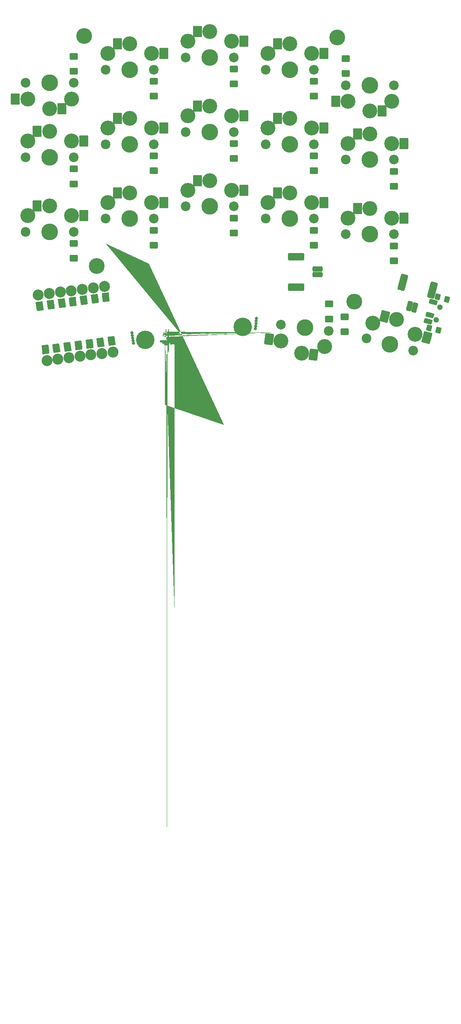
<source format=gbs>
G04 #@! TF.GenerationSoftware,KiCad,Pcbnew,8.0.0*
G04 #@! TF.CreationDate,2024-03-03T16:28:34+08:00*
G04 #@! TF.ProjectId,Kretstr_d_v2,4b726574-7374-472e-9464-5f76322e6b69,rev?*
G04 #@! TF.SameCoordinates,Original*
G04 #@! TF.FileFunction,Soldermask,Bot*
G04 #@! TF.FilePolarity,Negative*
%FSLAX46Y46*%
G04 Gerber Fmt 4.6, Leading zero omitted, Abs format (unit mm)*
G04 Created by KiCad (PCBNEW 8.0.0) date 2024-03-03 16:28:34*
%MOMM*%
%LPD*%
G01*
G04 APERTURE LIST*
G04 Aperture macros list*
%AMRoundRect*
0 Rectangle with rounded corners*
0 $1 Rounding radius*
0 $2 $3 $4 $5 $6 $7 $8 $9 X,Y pos of 4 corners*
0 Add a 4 corners polygon primitive as box body*
4,1,4,$2,$3,$4,$5,$6,$7,$8,$9,$2,$3,0*
0 Add four circle primitives for the rounded corners*
1,1,$1+$1,$2,$3*
1,1,$1+$1,$4,$5*
1,1,$1+$1,$6,$7*
1,1,$1+$1,$8,$9*
0 Add four rect primitives between the rounded corners*
20,1,$1+$1,$2,$3,$4,$5,0*
20,1,$1+$1,$4,$5,$6,$7,0*
20,1,$1+$1,$6,$7,$8,$9,0*
20,1,$1+$1,$8,$9,$2,$3,0*%
%AMFreePoly0*
4,1,26,0.706406,1.169345,0.769345,1.106406,0.798742,1.022393,0.800000,1.000000,0.800000,-0.250000,0.780194,-0.336777,0.724699,-0.406366,0.644505,-0.444986,0.600000,-0.450000,-0.600000,-0.450000,-0.686777,-0.430194,-0.756366,-0.374698,-0.794986,-0.294504,-0.800000,-0.250000,-0.800000,1.000000,-0.780194,1.086777,-0.724698,1.156366,-0.644504,1.194986,-0.555496,1.194986,-0.475302,1.156366,
-0.458579,1.141421,0.000000,0.682842,0.458579,1.141421,0.533944,1.188778,0.622393,1.198742,0.706406,1.169345,0.706406,1.169345,$1*%
%AMFreePoly1*
4,1,22,0.686777,0.580194,0.756366,0.524698,0.794986,0.444504,0.800000,0.400000,0.800000,0.200000,0.780194,0.113223,0.741421,0.058579,0.141421,-0.541421,0.066056,-0.588777,-0.022393,-0.598742,-0.106406,-0.569345,-0.141421,-0.541421,-0.741421,0.058579,-0.788777,0.133944,-0.800000,0.200000,-0.800000,0.400000,-0.780193,0.486777,-0.724698,0.556366,-0.644504,0.594986,-0.600000,0.600000,
0.600000,0.600000,0.686777,0.580194,0.686777,0.580194,$1*%
%AMFreePoly2*
4,1,292,0.206777,1.229994,0.276366,1.174498,0.314986,1.094304,0.320000,1.049800,0.320000,0.008200,0.319495,0.005987,0.319495,-1.866709,0.319486,-1.942235,0.319486,-1.942460,0.318928,-2.390763,0.318926,-2.391335,0.317383,-2.767014,0.317377,-2.767939,0.314675,-3.077389,0.314657,-3.078876,0.310622,-3.328489,0.310568,-3.330901,0.305029,-3.527071,0.304875,-3.531095,0.297657,-3.680215,
0.297195,-3.687212,0.288125,-3.795676,0.286622,-3.808584,0.275528,-3.882784,0.269972,-3.908365,0.256680,-3.954695,0.246330,-3.982691,0.240139,-3.996234,0.229057,-4.017117,0.167561,-4.118087,0.157692,-4.132784,0.062026,-4.262462,0.054482,-4.272060,-0.057455,-4.405866,-0.061018,-4.410009,-0.070960,-4.421254,-0.171727,-4.547475,-0.239381,-4.651468,-0.261422,-4.702806,-0.268448,-4.790209,
-0.275185,-4.947662,-0.279770,-5.144579,-0.281450,-5.361536,-0.281447,-5.385011,-0.280528,-5.604860,-0.277007,-5.754079,-0.270393,-5.838887,-0.268290,-5.848462,-0.224488,-5.894056,-0.171049,-5.977321,-0.142171,-6.051967,-0.122143,-6.170287,-0.120852,-6.228231,-0.135594,-6.347346,-0.162124,-6.424914,-0.212996,-6.510565,-0.274338,-6.575059,-0.308050,-6.593056,-0.393200,-6.628524,-0.459529,-6.643620,
-0.582275,-6.650118,-0.631318,-6.646663,-0.750780,-6.623247,-0.819367,-6.595916,-0.898997,-6.545453,-0.952252,-6.496101,-0.953444,-6.494503,-0.980620,-6.444550,-1.025271,-6.324319,-1.037078,-6.237909,-1.034553,-6.207928,-1.095319,-6.245365,-1.119612,-6.251953,-1.263243,-6.281341,-1.334401,-6.282972,-1.441733,-6.266095,-1.524379,-6.233050,-1.535526,-6.224760,-1.625648,-6.152737,-1.674999,-6.094737,
-1.708800,-6.034795,-1.731134,-5.973572,-1.756230,-5.840310,-1.752826,-5.751366,-1.751357,-5.746183,-1.721747,-5.646814,-1.786435,-5.670245,-1.797570,-5.671308,-1.925994,-5.679949,-2.013905,-5.666013,-2.017213,-5.664651,-2.152853,-5.607383,-2.223422,-5.557256,-2.286363,-5.487634,-2.329864,-5.409980,-2.331418,-5.403739,-1.483158,-5.403739,-1.355185,-5.371470,-1.321520,-5.365981,-1.296753,-5.364088,
-1.271925,-5.355039,-1.217781,-5.314195,-1.113600,-5.210504,-0.992406,-5.073003,-0.922095,-4.967193,-0.891918,-4.883182,-0.881171,-4.765871,-0.875626,-4.680694,-0.868608,-4.639640,-0.821297,-4.471082,-0.802138,-4.425469,-0.700510,-4.248647,-0.682044,-4.221835,-0.562810,-4.075770,-0.603069,-4.078811,-0.691091,-4.065597,-0.695126,-4.063965,-0.829973,-4.007718,-0.882942,-3.970058,-0.884544,-4.105830,
-0.885000,-4.117175,-0.898888,-4.319380,-0.902711,-4.346893,-0.935986,-4.504891,-0.949035,-4.545136,-1.009063,-4.679733,-1.028893,-4.714405,-1.123042,-4.846409,-1.137428,-4.864308,-1.273065,-5.014526,-1.276513,-5.018249,-1.287869,-5.030202,-1.395729,-5.154077,-1.436036,-5.218316,-1.445698,-5.259360,-1.451178,-5.311568,-1.471682,-5.381092,-1.483158,-5.403739,-2.331418,-5.403739,-2.333940,-5.393612,
-2.360039,-5.266091,-2.360039,-5.185886,-2.330712,-5.042597,-2.293908,-4.961554,-2.277054,-4.942143,-2.201588,-4.865752,-2.261402,-4.879975,-2.348652,-4.881156,-2.489497,-4.851669,-2.570374,-4.814501,-2.590504,-4.796763,-2.603049,-4.784116,-2.016632,-4.784116,-1.947691,-4.769658,-1.921784,-4.765974,-1.897996,-4.764167,-1.873068,-4.755114,-1.818842,-4.714263,-1.712135,-4.608103,-1.710532,-4.606403,
-1.610735,-4.492471,-1.536348,-4.394539,-1.509620,-4.348678,-1.496774,-4.253933,-1.486629,-4.104764,-1.484943,-4.030087,-1.521728,-4.066661,-1.663872,-4.210425,-1.771561,-4.327147,-1.827485,-4.398952,-1.841739,-4.426218,-1.846868,-4.455718,-1.849044,-4.466476,-1.880833,-4.604089,-1.919662,-4.684181,-1.933210,-4.699418,-2.016632,-4.784116,-2.603049,-4.784116,-2.677271,-4.709294,-2.724322,-4.633739,
-2.731172,-4.608776,-2.760623,-4.465732,-2.760769,-4.385781,-2.732270,-4.244767,-2.695666,-4.163633,-2.680108,-4.145462,-2.594432,-4.056733,-2.519907,-4.008065,-2.492843,-4.000178,-2.352971,-3.969921,-2.326052,-3.966765,-2.302641,-3.962426,-2.276550,-3.949146,-2.210815,-3.898611,-2.101881,-3.798678,-1.944546,-3.643569,-1.907849,-3.606777,-1.998584,-3.608265,-2.086361,-3.615506,-2.113472,-3.640814,
-2.190420,-3.685551,-2.195993,-3.687200,-2.285285,-3.712217,-2.328694,-3.719355,-2.443408,-3.725413,-2.478949,-3.724123,-2.588384,-3.710339,-2.648428,-3.692928,-2.721883,-3.658421,-2.792004,-3.603597,-2.794591,-3.600348,-2.808469,-3.582542,-2.842246,-3.517205,-2.871896,-3.418636,-2.880342,-3.357508,-2.878149,-3.232815,-2.869435,-3.177839,-2.834704,-3.064278,-2.812088,-3.015249,-2.804020,-3.002595,
-2.744226,-2.942329,-2.663376,-2.889881,-2.579901,-2.859285,-2.464107,-2.844477,-2.401736,-2.846314,-2.281469,-2.868955,-2.211215,-2.896693,-2.116941,-2.956591,-2.095419,-2.974395,-2.075454,-2.989291,-2.056638,-2.994994,-2.046805,-2.995889,-2.070491,-2.960773,-2.070904,-2.959695,-2.108494,-2.860796,-2.121279,-2.800020,-2.127521,-2.678750,-2.122913,-2.624593,-2.097809,-2.512950,-2.059448,-2.432632,
-2.058380,-2.431296,-2.001929,-2.361278,-1.932045,-2.306154,-1.911531,-2.297769,-1.812031,-2.263398,-1.738834,-2.252593,-1.594647,-2.258290,-1.508720,-2.281507,-1.504448,-2.283843,-1.384933,-2.351109,-1.358738,-2.368710,-1.337152,-2.385832,-1.317487,-2.393167,-1.240752,-2.402224,-1.085472,-2.405350,-1.078233,-2.405170,-1.107077,-2.378573,-1.139850,-2.295818,-1.141775,-2.278081,-1.154236,-2.081951,
-1.154606,-2.072859,-1.156502,-1.967207,-1.150610,-1.915302,-1.126324,-1.817749,-1.086141,-1.738328,-1.046755,-1.702089,-0.979056,-1.654814,-0.896569,-1.621370,-0.885058,-1.619844,-0.761116,-1.607067,-0.757791,-1.606753,-0.746558,-1.605784,-0.717431,-1.594755,-0.653273,-1.547006,-0.535915,-1.433820,-0.518656,-1.415993,-0.412858,-1.301079,-0.333107,-1.206106,-0.309939,-1.172922,-0.306469,-1.159605,
-0.293711,-1.047354,-0.284312,-0.875422,-0.280824,-0.666619,-0.282712,0.034061,-0.280000,0.046092,-0.280000,1.049800,-0.260194,1.136577,-0.204698,1.206166,-0.124504,1.244786,-0.080000,1.249800,0.120000,1.249800,0.206777,1.229994,0.206777,1.229994,$1*%
%AMFreePoly3*
4,1,332,0.216903,1.226394,0.286492,1.170898,0.325112,1.090704,0.330126,1.046200,0.330126,0.053880,0.332333,0.034041,0.330446,-0.641485,0.333256,-0.817119,0.341852,-0.991008,0.354077,-1.119624,0.362643,-1.162576,0.397195,-1.217294,0.480043,-1.321262,0.585725,-1.436349,0.661974,-1.511306,0.745305,-1.581782,0.780351,-1.600628,0.816226,-1.606236,0.855709,-1.608367,0.916305,-1.621245,
1.018029,-1.660105,1.092024,-1.709574,1.121528,-1.749879,1.172534,-1.841779,1.197328,-1.927265,1.197479,-1.930252,1.204078,-2.083860,1.203745,-2.106820,1.191281,-2.279776,1.165288,-2.364904,1.129225,-2.403994,1.173666,-2.405391,1.223573,-2.405255,1.373671,-2.401394,1.448171,-2.392642,1.465323,-2.386622,1.490349,-2.367250,1.499144,-2.360816,1.558427,-2.319886,1.616268,-2.292409,
1.736039,-2.257617,1.795103,-2.249705,1.918049,-2.251717,1.998400,-2.270011,2.089018,-2.311721,2.159564,-2.365996,2.168233,-2.377282,2.179017,-2.392405,2.207229,-2.449366,2.233861,-2.535376,2.241991,-2.576456,2.252651,-2.693916,2.253382,-2.717931,2.251655,-2.776071,2.247065,-2.813135,2.225093,-2.912935,2.195461,-2.975695,2.212494,-2.958198,2.289490,-2.904783,2.362073,-2.873447,
2.477989,-2.848910,2.531369,-2.844932,2.650838,-2.852090,2.724742,-2.871102,2.812396,-2.912770,2.882265,-2.967914,2.907895,-3.009099,2.941835,-3.082118,2.959271,-3.144555,2.971968,-3.260006,2.972232,-3.301190,2.960919,-3.417757,2.944419,-3.480107,2.909095,-3.559070,2.855580,-3.630194,2.824642,-3.651681,2.776780,-3.678625,2.716103,-3.700809,2.613675,-3.720326,2.575255,-3.723859,
2.458923,-3.723286,2.420925,-3.719452,2.321391,-3.699672,2.242209,-3.664868,2.226678,-3.653495,2.249568,-3.708190,2.262483,-3.753325,2.275714,-3.834758,2.276340,-3.894786,2.255370,-4.043353,2.251016,-4.059843,2.261336,-4.057503,2.405029,-4.053550,2.423479,-4.053894,2.607272,-4.065820,2.692585,-4.091203,2.758435,-4.151089,2.791780,-4.233615,2.793805,-4.251024,2.806269,-4.423981,
2.806736,-4.433904,2.808688,-4.521554,2.803411,-4.571859,2.775606,-4.689911,2.736433,-4.769835,2.707599,-4.798835,2.630832,-4.861660,2.551134,-4.901291,2.531391,-4.905022,2.396634,-4.923538,2.367519,-4.925391,2.352493,-4.925249,2.321484,-4.922534,2.294546,-4.918041,2.345556,-4.977430,2.387072,-5.056163,2.391784,-5.079151,2.411668,-5.216808,2.413676,-5.249681,2.412978,-5.282286,
2.408266,-5.321372,2.380906,-5.444549,2.342754,-5.524966,2.315925,-5.552945,2.240017,-5.618098,2.161269,-5.659587,2.137440,-5.664410,2.001028,-5.683476,1.971455,-5.685392,1.956951,-5.685255,1.923948,-5.682197,1.791737,-5.658772,1.709746,-5.624130,1.687090,-5.605118,1.615161,-5.535067,1.566814,-5.460335,1.557616,-5.425814,1.535881,-5.299923,1.533998,-5.280958,1.533090,-5.277310,
1.533100,-5.278989,1.537975,-5.407923,1.546049,-5.464506,1.546949,-5.466699,1.560605,-5.481756,1.576426,-5.501596,1.634693,-5.585018,1.668145,-5.667501,1.668563,-5.670193,1.688071,-5.801698,1.682547,-5.885969,1.643425,-6.022953,1.600550,-6.100955,1.596826,-6.105026,1.561415,-6.142690,1.487545,-6.192345,1.486564,-6.192720,1.387509,-6.230250,1.326898,-6.242961,1.205437,-6.249194,
1.151442,-6.244614,1.082920,-6.229254,1.081676,-6.301771,1.060958,-6.387044,1.004589,-6.500955,0.948350,-6.569945,0.933901,-6.580220,0.857650,-6.629504,0.787543,-6.657803,0.665751,-6.681668,0.584915,-6.680859,0.473708,-6.656748,0.415993,-6.629724,0.400586,-6.658754,0.394933,-6.665026,0.359522,-6.702690,0.285652,-6.752345,0.284671,-6.752720,0.185616,-6.790250,0.125005,-6.802961,
0.003544,-6.809194,-0.050452,-6.804614,-0.162271,-6.779549,-0.242614,-6.741242,-0.243814,-6.740285,-0.268198,-6.720687,-0.315294,-6.752345,-0.316275,-6.752720,-0.415330,-6.790250,-0.475941,-6.802961,-0.597402,-6.809194,-0.651397,-6.804614,-0.763217,-6.779549,-0.843561,-6.741242,-0.844763,-6.740284,-0.914891,-6.683922,-0.970122,-6.614122,-0.978575,-6.593515,-1.013000,-6.494172,-1.023868,-6.420766,
-1.018162,-6.276806,-0.994935,-6.190882,-0.992477,-6.186396,-0.925104,-6.067069,-0.903724,-6.036331,-0.891370,-6.021707,-0.890072,-6.018941,-0.882527,-5.981614,-0.875398,-5.887738,-0.871719,-5.731182,-0.870818,-5.503325,-0.870817,-5.503105,-0.869927,-5.326988,-0.869827,-5.321581,-0.862543,-5.094702,-0.861499,-5.079727,-0.853873,-5.008841,-0.260880,-5.008841,-0.250757,-5.118082,-0.182664,-5.265028,
-0.032771,-5.461496,0.009168,-5.510153,0.014500,-5.516608,0.119025,-5.648672,0.127203,-5.659770,0.205250,-5.773710,0.219630,-5.798292,0.256978,-5.874043,0.259707,-5.879806,0.280044,-5.924601,0.283266,-5.919104,0.302558,-5.891727,0.305210,-5.888563,0.317208,-5.858522,0.310754,-5.815815,0.250423,-5.704381,0.110971,-5.530276,0.036442,-5.444592,0.027944,-5.434129,-0.099383,-5.266107,
-0.111658,-5.246753,0.652054,-5.246753,0.732842,-5.349046,0.752387,-5.378939,0.849802,-5.561723,0.882643,-5.509562,0.905761,-5.479570,0.917107,-5.467427,0.924826,-5.420679,0.930495,-5.304719,0.931637,-5.162069,0.886595,-5.192346,0.885617,-5.192720,0.786563,-5.230250,0.725952,-5.242961,0.652054,-5.246753,-0.111658,-5.246753,-0.117198,-5.238019,-0.195936,-5.087503,-0.212368,-5.044802,
-0.239091,-4.941314,-0.260880,-5.008841,-0.853873,-5.008841,-0.842699,-4.904973,-0.837775,-4.877464,-0.810044,-4.767492,1.929028,-4.767492,1.940400,-4.777363,1.980579,-4.800138,2.016790,-4.806377,2.048565,-4.809884,2.049055,-4.809987,2.034161,-4.797214,2.013963,-4.774565,2.013402,-4.774389,1.934562,-4.767567,1.929028,-4.767492,-0.810044,-4.767492,-0.802541,-4.737737,-0.789993,-4.702371,
-0.733407,-4.580574,-0.717030,-4.551821,-0.634173,-4.430855,-0.622986,-4.416047,-0.508940,-4.278815,-0.506152,-4.275532,-0.504541,-4.273676,-0.406101,-4.155775,-0.327937,-4.054618,-0.302887,-4.017163,-0.302099,-4.013563,-0.294032,-3.925579,-0.286464,-3.770786,-0.280305,-3.552503,-0.275623,-3.268476,-0.272373,-2.915349,-0.271993,-2.829728,0.332029,-2.829728,0.339270,-2.984437,0.352076,-3.112266,
0.360925,-3.154360,0.378419,-3.181798,0.458433,-3.279847,0.578494,-3.414759,0.722334,-3.568542,0.876663,-3.727341,1.028514,-3.877808,1.164669,-4.006494,1.268831,-4.097556,1.310593,-4.127530,1.364956,-4.143570,1.451145,-4.154832,1.444522,-4.147382,1.401669,-4.069368,1.396370,-4.045227,1.377901,-3.926443,1.353356,-3.888438,1.272875,-3.790852,1.139773,-3.645237,0.953129,-3.451557,
0.710038,-3.206705,0.332029,-2.829728,-0.271993,-2.829728,-0.270485,-2.489954,-0.269874,-1.987786,-0.269874,1.046200,-0.250068,1.132977,-0.194572,1.202566,-0.114378,1.241186,-0.069874,1.246200,0.130126,1.246200,0.216903,1.226394,0.216903,1.226394,$1*%
G04 Aperture macros list end*
%ADD10C,0.100000*%
%ADD11FreePoly0,7.500000*%
%ADD12FreePoly0,187.500000*%
%ADD13C,2.500000*%
%ADD14FreePoly1,7.500000*%
%ADD15FreePoly1,187.500000*%
%ADD16RoundRect,0.200000X0.700000X-0.600000X0.700000X0.600000X-0.700000X0.600000X-0.700000X-0.600000X0*%
%ADD17C,2.200000*%
%ADD18C,3.400000*%
%ADD19C,3.800000*%
%ADD20RoundRect,0.200000X-0.800000X-1.100000X0.800000X-1.100000X0.800000X1.100000X-0.800000X1.100000X0*%
%ADD21C,3.600000*%
%ADD22C,0.700000*%
%ADD23C,1.300000*%
%ADD24RoundRect,0.200000X-0.700000X0.600000X-0.700000X-0.600000X0.700000X-0.600000X0.700000X0.600000X0*%
%ADD25RoundRect,0.200000X-1.057442X-0.855463X0.488040X-1.269574X1.057442X0.855463X-0.488040X1.269574X0*%
%ADD26RoundRect,0.200000X0.800000X1.100000X-0.800000X1.100000X-0.800000X-1.100000X0.800000X-1.100000X0*%
%ADD27C,4.200000*%
%ADD28RoundRect,0.200000X0.936735X0.986168X-0.649577X1.195010X-0.936735X-0.986168X0.649577X-1.195010X0*%
%ADD29RoundRect,0.300000X0.850000X-0.300000X0.850000X0.300000X-0.850000X0.300000X-0.850000X-0.300000X0*%
%ADD30RoundRect,0.326923X1.548077X-0.523077X1.548077X0.523077X-1.548077X0.523077X-1.548077X-0.523077X0*%
%ADD31RoundRect,0.300000X-0.509774X-0.743391X0.069782X-0.898683X0.509774X0.743391X-0.069782X0.898683X0*%
%ADD32RoundRect,0.326923X-0.905925X-1.359945X0.104582X-1.630710X0.905925X1.359945X-0.104582X1.630710X0*%
%ADD33FreePoly2,180.000000*%
%ADD34RoundRect,0.229000X-0.606000X-0.057250X0.606000X-0.057250X0.606000X0.057250X-0.606000X0.057250X0*%
%ADD35RoundRect,0.229000X-1.171000X-0.057250X1.171000X-0.057250X1.171000X0.057250X-1.171000X0.057250X0*%
%ADD36RoundRect,0.229000X-0.208500X-0.057250X0.208500X-0.057250X0.208500X0.057250X-0.208500X0.057250X0*%
%ADD37FreePoly3,180.000000*%
%ADD38RoundRect,0.200000X-0.256961X0.586491X-0.515780X-0.379435X0.256961X-0.586491X0.515780X0.379435X0*%
%ADD39RoundRect,0.200000X-0.633858X0.532188X-0.815031X-0.143960X0.633858X-0.532188X0.815031X0.143960X0*%
G04 APERTURE END LIST*
D10*
X102865749Y-113417736D02*
X101858441Y-113550350D01*
X101725827Y-112543042D01*
X102733135Y-112410428D01*
X102865749Y-113417736D01*
G36*
X102865749Y-113417736D02*
G01*
X101858441Y-113550350D01*
X101725827Y-112543042D01*
X102733135Y-112410428D01*
X102865749Y-113417736D01*
G37*
X104220507Y-123708140D02*
X103213199Y-123840755D01*
X103080585Y-122833447D01*
X104087893Y-122700832D01*
X104220507Y-123708140D01*
G36*
X104220507Y-123708140D02*
G01*
X103213199Y-123840755D01*
X103080585Y-122833447D01*
X104087893Y-122700832D01*
X104220507Y-123708140D01*
G37*
X100347478Y-113749272D02*
X99340172Y-113881887D01*
X99207557Y-112874579D01*
X100214865Y-112741964D01*
X100347478Y-113749272D01*
G36*
X100347478Y-113749272D02*
G01*
X99340172Y-113881887D01*
X99207557Y-112874579D01*
X100214865Y-112741964D01*
X100347478Y-113749272D01*
G37*
X101702237Y-124039677D02*
X100694929Y-124172291D01*
X100562315Y-123164983D01*
X101569623Y-123032369D01*
X101702237Y-124039677D01*
G36*
X101702237Y-124039677D02*
G01*
X100694929Y-124172291D01*
X100562315Y-123164983D01*
X101569623Y-123032369D01*
X101702237Y-124039677D01*
G37*
X97829210Y-114080809D02*
X96821902Y-114213423D01*
X96689287Y-113206115D01*
X97696595Y-113073501D01*
X97829210Y-114080809D01*
G36*
X97829210Y-114080809D02*
G01*
X96821902Y-114213423D01*
X96689287Y-113206115D01*
X97696595Y-113073501D01*
X97829210Y-114080809D01*
G37*
X99183967Y-124371213D02*
X98176659Y-124503828D01*
X98044045Y-123496520D01*
X99051353Y-123363905D01*
X99183967Y-124371213D01*
G36*
X99183967Y-124371213D02*
G01*
X98176659Y-124503828D01*
X98044045Y-123496520D01*
X99051353Y-123363905D01*
X99183967Y-124371213D01*
G37*
X95310940Y-114412345D02*
X94303632Y-114544960D01*
X94171017Y-113537652D01*
X95178325Y-113405037D01*
X95310940Y-114412345D01*
G36*
X95310940Y-114412345D02*
G01*
X94303632Y-114544960D01*
X94171017Y-113537652D01*
X95178325Y-113405037D01*
X95310940Y-114412345D01*
G37*
X96665697Y-124702750D02*
X95658389Y-124835364D01*
X95525775Y-123828056D01*
X96533083Y-123695442D01*
X96665697Y-124702750D01*
G36*
X96665697Y-124702750D02*
G01*
X95658389Y-124835364D01*
X95525775Y-123828056D01*
X96533083Y-123695442D01*
X96665697Y-124702750D01*
G37*
X92792670Y-114743882D02*
X91785362Y-114876496D01*
X91652747Y-113869188D01*
X92660055Y-113736574D01*
X92792670Y-114743882D01*
G36*
X92792670Y-114743882D02*
G01*
X91785362Y-114876496D01*
X91652747Y-113869188D01*
X92660055Y-113736574D01*
X92792670Y-114743882D01*
G37*
X94147427Y-125034286D02*
X93140119Y-125166901D01*
X93007505Y-124159593D01*
X94014813Y-124026978D01*
X94147427Y-125034286D01*
G36*
X94147427Y-125034286D02*
G01*
X93140119Y-125166901D01*
X93007505Y-124159593D01*
X94014813Y-124026978D01*
X94147427Y-125034286D01*
G37*
X90274400Y-115075418D02*
X89267092Y-115208033D01*
X89134477Y-114200725D01*
X90141785Y-114068110D01*
X90274400Y-115075418D01*
G36*
X90274400Y-115075418D02*
G01*
X89267092Y-115208033D01*
X89134477Y-114200725D01*
X90141785Y-114068110D01*
X90274400Y-115075418D01*
G37*
X91629157Y-125365823D02*
X90621849Y-125498437D01*
X90489235Y-124491129D01*
X91496543Y-124358515D01*
X91629157Y-125365823D01*
G36*
X91629157Y-125365823D02*
G01*
X90621849Y-125498437D01*
X90489235Y-124491129D01*
X91496543Y-124358515D01*
X91629157Y-125365823D01*
G37*
X87756130Y-115406955D02*
X86748822Y-115539569D01*
X86616207Y-114532261D01*
X87623515Y-114399647D01*
X87756130Y-115406955D01*
G36*
X87756130Y-115406955D02*
G01*
X86748822Y-115539569D01*
X86616207Y-114532261D01*
X87623515Y-114399647D01*
X87756130Y-115406955D01*
G37*
X89110887Y-125697359D02*
X88103579Y-125829974D01*
X87970965Y-124822666D01*
X88978273Y-124690051D01*
X89110887Y-125697359D01*
G36*
X89110887Y-125697359D02*
G01*
X88103579Y-125829974D01*
X87970965Y-124822666D01*
X88978273Y-124690051D01*
X89110887Y-125697359D01*
G37*
D11*
X87285629Y-115725089D03*
X89803899Y-115393553D03*
X92322169Y-115062016D03*
X94840439Y-114730480D03*
X97358709Y-114398943D03*
X99876979Y-114067406D03*
X102395250Y-113735870D03*
D12*
X103551085Y-122515313D03*
X101032815Y-122846851D03*
X98514545Y-123178386D03*
X95996274Y-123509922D03*
X93478005Y-123841459D03*
X90959735Y-124172995D03*
X88441466Y-124504532D03*
D13*
X86878884Y-112635549D03*
X89397154Y-112304012D03*
X91915424Y-111972476D03*
X94433694Y-111640939D03*
X96951964Y-111309402D03*
X99470234Y-110977866D03*
X101988504Y-110646329D03*
D14*
X97226095Y-113391633D03*
X87153015Y-114717781D03*
X89671285Y-114386245D03*
X92189555Y-114054708D03*
X94707825Y-113723172D03*
X99744364Y-113060099D03*
X102262635Y-112728564D03*
D15*
X101165430Y-123854156D03*
X88574080Y-125511840D03*
X91092350Y-125180303D03*
X93610620Y-124848767D03*
X96128890Y-124517230D03*
X98647160Y-124185693D03*
X103683700Y-123522620D03*
D13*
X88850169Y-127608944D03*
X91368439Y-127277408D03*
X93886709Y-126945871D03*
X96404979Y-126614335D03*
X98923249Y-126282798D03*
X101441519Y-125951261D03*
X103959789Y-125619724D03*
D16*
X168145590Y-87798281D03*
X168145590Y-84398281D03*
D17*
X102246390Y-95208681D03*
D18*
X102746390Y-91508681D03*
X107746390Y-89308681D03*
D19*
X107746390Y-95208681D03*
D18*
X112746390Y-91508681D03*
D17*
X113246390Y-95208681D03*
D20*
X104946390Y-89308681D03*
X115546390Y-91508681D03*
D16*
X131545990Y-81458681D03*
X131545990Y-78058681D03*
D21*
X100228400Y-106019600D03*
D16*
X94946390Y-87258681D03*
X94946390Y-83858681D03*
D17*
X120546190Y-75408681D03*
D18*
X121046190Y-71708681D03*
X126046190Y-69508681D03*
D19*
X126046190Y-75408681D03*
D18*
X131046190Y-71708681D03*
D17*
X131546190Y-75408681D03*
D20*
X123246190Y-69508681D03*
X133846190Y-71708681D03*
D17*
X102246390Y-78208681D03*
D18*
X102746390Y-74508681D03*
X107746390Y-72308681D03*
D19*
X107746390Y-78208681D03*
D18*
X112746390Y-74508681D03*
D17*
X113246390Y-78208681D03*
D20*
X104946390Y-72308681D03*
X115546390Y-74508681D03*
D22*
X136761667Y-117965750D03*
X136684167Y-118554421D03*
X136606667Y-119143091D03*
X136529167Y-119731761D03*
X136451667Y-120320432D03*
D17*
X120546190Y-92408681D03*
D18*
X121046190Y-88708681D03*
X126046190Y-86508681D03*
D19*
X126046190Y-92408681D03*
D18*
X131046190Y-88708681D03*
D17*
X131546190Y-92408681D03*
D20*
X123246190Y-86508681D03*
X133846190Y-88708681D03*
D16*
X113246190Y-101258681D03*
X113246190Y-97858681D03*
X113246190Y-84258681D03*
X113246190Y-80858681D03*
D23*
X177832127Y-118323499D03*
X178608584Y-115425722D03*
D17*
X102246390Y-61208681D03*
D18*
X102746390Y-57508681D03*
X107746390Y-55308681D03*
D19*
X107746390Y-61208681D03*
D18*
X112746390Y-57508681D03*
D17*
X113246390Y-61208681D03*
D20*
X104946390Y-55308681D03*
X115546390Y-57508681D03*
D22*
X108278900Y-121229729D03*
X108356400Y-121818400D03*
X108433900Y-122407070D03*
X108511400Y-122995740D03*
X108588900Y-123584411D03*
D16*
X149845990Y-84258681D03*
X149845990Y-80858681D03*
D17*
X83946590Y-98208481D03*
D18*
X84446590Y-94508481D03*
X89446590Y-92308481D03*
D19*
X89446590Y-98208481D03*
D18*
X94446590Y-94508481D03*
D17*
X94946590Y-98208481D03*
D20*
X86646590Y-92308481D03*
X97246590Y-94508481D03*
D17*
X138845990Y-61208481D03*
D18*
X139345990Y-57508481D03*
X144345990Y-55308481D03*
D19*
X144345990Y-61208481D03*
D18*
X149345990Y-57508481D03*
D17*
X149845990Y-61208481D03*
D20*
X141545990Y-55308481D03*
X152145990Y-57508481D03*
D24*
X157145590Y-58698281D03*
X157145590Y-62098281D03*
D21*
X159054800Y-114147600D03*
D17*
X161884409Y-122481671D03*
D18*
X163325002Y-119037155D03*
X168724033Y-118206214D03*
D19*
X167197001Y-123905176D03*
D18*
X172984261Y-121625346D03*
D17*
X172509593Y-125328681D03*
D25*
X166019441Y-117481520D03*
X175688853Y-122350039D03*
D24*
X153289000Y-114681000D03*
X153289000Y-118081000D03*
D17*
X120546190Y-58408681D03*
D18*
X121046190Y-54708681D03*
X126046190Y-52508681D03*
D19*
X126046190Y-58408681D03*
D18*
X131046190Y-54708681D03*
D17*
X131546190Y-58408681D03*
D20*
X123246190Y-52508681D03*
X133846190Y-54708681D03*
D24*
X156845000Y-117602000D03*
X156845000Y-121002000D03*
D16*
X94946390Y-104258681D03*
X94946390Y-100858681D03*
D17*
X138845990Y-95208681D03*
D18*
X139345990Y-91508681D03*
X144345990Y-89308681D03*
D19*
X144345990Y-95208681D03*
D18*
X149345990Y-91508681D03*
D17*
X149845990Y-95208681D03*
D20*
X141545990Y-89308681D03*
X152145990Y-91508681D03*
D17*
X138845990Y-78208681D03*
D18*
X139345990Y-74508681D03*
X144345990Y-72308681D03*
D19*
X144345990Y-78208681D03*
D18*
X149345990Y-74508681D03*
D17*
X149845990Y-78208681D03*
D20*
X141545990Y-72308681D03*
X152145990Y-74508681D03*
D21*
X97332800Y-53543200D03*
D16*
X113246190Y-67258681D03*
X113246190Y-63858681D03*
D17*
X83946590Y-81208481D03*
D18*
X84446590Y-77508481D03*
X89446590Y-75308481D03*
D19*
X89446590Y-81208481D03*
D18*
X94446590Y-77508481D03*
D17*
X94946590Y-81208481D03*
D20*
X86646590Y-75308481D03*
X97246590Y-77508481D03*
D16*
X131545990Y-98458681D03*
X131545990Y-95058681D03*
D17*
X94946590Y-64208681D03*
D18*
X94446590Y-67908681D03*
X89446590Y-70108681D03*
D19*
X89446590Y-64208681D03*
D18*
X84446590Y-67908681D03*
D17*
X83946590Y-64208681D03*
D26*
X92246590Y-70108681D03*
X81646590Y-67908681D03*
D16*
X131545990Y-64458681D03*
X131545990Y-61058681D03*
D17*
X157145790Y-98748281D03*
D18*
X157645790Y-95048281D03*
X162645790Y-92848281D03*
D19*
X162645790Y-98748281D03*
D18*
X167645790Y-95048281D03*
D17*
X168145790Y-98748281D03*
D20*
X159845790Y-92848281D03*
X170445790Y-95048281D03*
D21*
X155194000Y-53848000D03*
D27*
X133604000Y-119888000D03*
D17*
X153246680Y-120783191D03*
D18*
X152268010Y-124386274D03*
X147023628Y-125914822D03*
D19*
X147793733Y-120065297D03*
D18*
X142353562Y-123081012D03*
D17*
X142340786Y-119347403D03*
D28*
X149799674Y-126280295D03*
X139577516Y-122715539D03*
D16*
X149845990Y-67258481D03*
X149845990Y-63858481D03*
X149845990Y-101258681D03*
X149845990Y-97858681D03*
D27*
X111363786Y-122815980D03*
D16*
X168145590Y-104798281D03*
X168145590Y-101398281D03*
D24*
X94946390Y-58159000D03*
X94946390Y-61559000D03*
D17*
X168145790Y-64748281D03*
D18*
X167645790Y-68448281D03*
X162645790Y-70648281D03*
D19*
X162645790Y-64748281D03*
D18*
X157645790Y-68448281D03*
D17*
X157145790Y-64748281D03*
D26*
X165445790Y-70648281D03*
X154845790Y-68448281D03*
D17*
X157145790Y-81748281D03*
D18*
X157645790Y-78048281D03*
X162645790Y-75848281D03*
D19*
X162645790Y-81748281D03*
D18*
X167645790Y-78048281D03*
D17*
X168145790Y-81748281D03*
D20*
X159845790Y-75848281D03*
X170445790Y-78048281D03*
D29*
X150671000Y-107950000D03*
X150671000Y-106700000D03*
D30*
X145796000Y-110800000D03*
X145796000Y-103850000D03*
D31*
X171695103Y-115165130D03*
X172902510Y-115488654D03*
D32*
X170203957Y-109718608D03*
X176917142Y-111517400D03*
D33*
X116419397Y-121589800D03*
D34*
X116078000Y-123561277D03*
D35*
X116078000Y-123190000D03*
D36*
X116072603Y-123901200D03*
D37*
X115829397Y-121589800D03*
D38*
X180227563Y-113633682D03*
X178092867Y-113061692D03*
D23*
X178608584Y-115425722D03*
X177832127Y-118323499D03*
D38*
X176203488Y-120112950D03*
X178338184Y-120684941D03*
D39*
X177102669Y-114245756D03*
X176326212Y-117143533D03*
X175937983Y-118592422D03*
M02*

</source>
